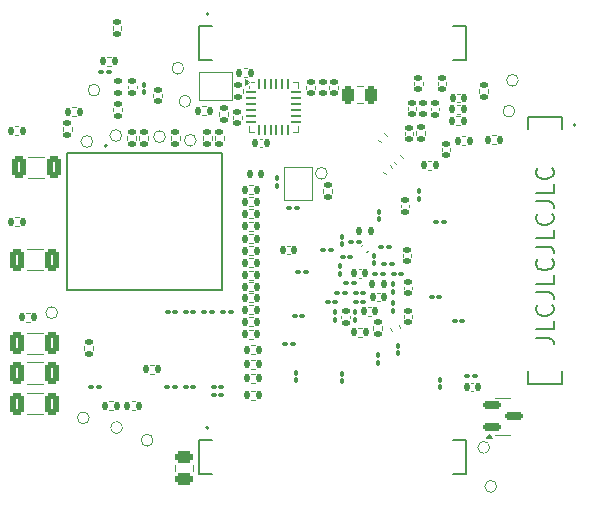
<source format=gbo>
G04 #@! TF.GenerationSoftware,KiCad,Pcbnew,8.0.0~rc2-1e5b68cb87~176~ubuntu22.04.1*
G04 #@! TF.CreationDate,2024-06-10T16:32:28+02:00*
G04 #@! TF.ProjectId,prova_fpga,70726f76-615f-4667-9067-612e6b696361,rev?*
G04 #@! TF.SameCoordinates,Original*
G04 #@! TF.FileFunction,Legend,Bot*
G04 #@! TF.FilePolarity,Positive*
%FSLAX46Y46*%
G04 Gerber Fmt 4.6, Leading zero omitted, Abs format (unit mm)*
G04 Created by KiCad (PCBNEW 8.0.0~rc2-1e5b68cb87~176~ubuntu22.04.1) date 2024-06-10 16:32:28*
%MOMM*%
%LPD*%
G01*
G04 APERTURE LIST*
G04 Aperture macros list*
%AMRoundRect*
0 Rectangle with rounded corners*
0 $1 Rounding radius*
0 $2 $3 $4 $5 $6 $7 $8 $9 X,Y pos of 4 corners*
0 Add a 4 corners polygon primitive as box body*
4,1,4,$2,$3,$4,$5,$6,$7,$8,$9,$2,$3,0*
0 Add four circle primitives for the rounded corners*
1,1,$1+$1,$2,$3*
1,1,$1+$1,$4,$5*
1,1,$1+$1,$6,$7*
1,1,$1+$1,$8,$9*
0 Add four rect primitives between the rounded corners*
20,1,$1+$1,$2,$3,$4,$5,0*
20,1,$1+$1,$4,$5,$6,$7,0*
20,1,$1+$1,$6,$7,$8,$9,0*
20,1,$1+$1,$8,$9,$2,$3,0*%
G04 Aperture macros list end*
%ADD10C,0.150000*%
%ADD11C,0.120000*%
%ADD12C,0.127000*%
%ADD13C,0.200000*%
%ADD14C,2.700005*%
%ADD15C,2.700000*%
%ADD16RoundRect,0.135000X-0.135000X-0.185000X0.135000X-0.185000X0.135000X0.185000X-0.135000X0.185000X0*%
%ADD17RoundRect,0.100000X0.100000X-0.130000X0.100000X0.130000X-0.100000X0.130000X-0.100000X-0.130000X0*%
%ADD18RoundRect,0.100000X-0.162635X0.021213X0.021213X-0.162635X0.162635X-0.021213X-0.021213X0.162635X0*%
%ADD19RoundRect,0.135000X0.135000X0.185000X-0.135000X0.185000X-0.135000X-0.185000X0.135000X-0.185000X0*%
%ADD20C,0.700000*%
%ADD21RoundRect,0.100000X0.021213X0.162635X-0.162635X-0.021213X-0.021213X-0.162635X0.162635X0.021213X0*%
%ADD22RoundRect,0.100000X-0.100000X0.130000X-0.100000X-0.130000X0.100000X-0.130000X0.100000X0.130000X0*%
%ADD23RoundRect,0.100000X-0.130000X-0.100000X0.130000X-0.100000X0.130000X0.100000X-0.130000X0.100000X0*%
%ADD24RoundRect,0.140000X-0.140000X-0.170000X0.140000X-0.170000X0.140000X0.170000X-0.140000X0.170000X0*%
%ADD25RoundRect,0.150000X-0.587500X-0.150000X0.587500X-0.150000X0.587500X0.150000X-0.587500X0.150000X0*%
%ADD26RoundRect,0.062500X-0.062500X0.350000X-0.062500X-0.350000X0.062500X-0.350000X0.062500X0.350000X0*%
%ADD27RoundRect,0.062500X-0.350000X0.062500X-0.350000X-0.062500X0.350000X-0.062500X0.350000X0.062500X0*%
%ADD28R,2.600000X2.600000*%
%ADD29RoundRect,0.140000X-0.170000X0.140000X-0.170000X-0.140000X0.170000X-0.140000X0.170000X0.140000X0*%
%ADD30RoundRect,0.140000X0.170000X-0.140000X0.170000X0.140000X-0.170000X0.140000X-0.170000X-0.140000X0*%
%ADD31RoundRect,0.135000X-0.185000X0.135000X-0.185000X-0.135000X0.185000X-0.135000X0.185000X0.135000X0*%
%ADD32RoundRect,0.147500X0.147500X0.172500X-0.147500X0.172500X-0.147500X-0.172500X0.147500X-0.172500X0*%
%ADD33RoundRect,0.250000X0.325000X0.650000X-0.325000X0.650000X-0.325000X-0.650000X0.325000X-0.650000X0*%
%ADD34RoundRect,0.140000X0.140000X0.170000X-0.140000X0.170000X-0.140000X-0.170000X0.140000X-0.170000X0*%
%ADD35RoundRect,0.147500X0.172500X-0.147500X0.172500X0.147500X-0.172500X0.147500X-0.172500X-0.147500X0*%
%ADD36RoundRect,0.100000X0.130000X0.100000X-0.130000X0.100000X-0.130000X-0.100000X0.130000X-0.100000X0*%
%ADD37RoundRect,0.135000X0.185000X-0.135000X0.185000X0.135000X-0.185000X0.135000X-0.185000X-0.135000X0*%
%ADD38R,0.200000X0.700000*%
%ADD39RoundRect,0.250000X-0.250000X-0.475000X0.250000X-0.475000X0.250000X0.475000X-0.250000X0.475000X0*%
%ADD40RoundRect,0.250000X0.475000X-0.250000X0.475000X0.250000X-0.475000X0.250000X-0.475000X-0.250000X0*%
%ADD41RoundRect,0.147500X-0.147500X-0.172500X0.147500X-0.172500X0.147500X0.172500X-0.147500X0.172500X0*%
%ADD42RoundRect,0.135000X0.226274X0.035355X0.035355X0.226274X-0.226274X-0.035355X-0.035355X-0.226274X0*%
%ADD43C,0.390000*%
%ADD44RoundRect,0.135000X0.220016X-0.063585X0.127670X0.190132X-0.220016X0.063585X-0.127670X-0.190132X0*%
%ADD45RoundRect,0.100000X-0.021213X-0.162635X0.162635X0.021213X0.021213X0.162635X-0.162635X-0.021213X0*%
%ADD46RoundRect,0.135000X-0.226274X-0.035355X-0.035355X-0.226274X0.226274X0.035355X0.035355X0.226274X0*%
%ADD47R,0.800000X0.600000*%
%ADD48R,0.700000X0.200000*%
%ADD49R,0.600000X0.800000*%
%ADD50RoundRect,0.140000X-0.002028X0.220218X-0.216520X0.040237X0.002028X-0.220218X0.216520X-0.040237X0*%
%ADD51RoundRect,0.147500X-0.172500X0.147500X-0.172500X-0.147500X0.172500X-0.147500X0.172500X0.147500X0*%
G04 APERTURE END LIST*
D10*
X153708628Y-119415601D02*
X154780057Y-119415601D01*
X154780057Y-119415601D02*
X154994342Y-119487030D01*
X154994342Y-119487030D02*
X155137200Y-119629887D01*
X155137200Y-119629887D02*
X155208628Y-119844173D01*
X155208628Y-119844173D02*
X155208628Y-119987030D01*
X155208628Y-117987030D02*
X155208628Y-118701316D01*
X155208628Y-118701316D02*
X153708628Y-118701316D01*
X155065771Y-116629887D02*
X155137200Y-116701315D01*
X155137200Y-116701315D02*
X155208628Y-116915601D01*
X155208628Y-116915601D02*
X155208628Y-117058458D01*
X155208628Y-117058458D02*
X155137200Y-117272744D01*
X155137200Y-117272744D02*
X154994342Y-117415601D01*
X154994342Y-117415601D02*
X154851485Y-117487030D01*
X154851485Y-117487030D02*
X154565771Y-117558458D01*
X154565771Y-117558458D02*
X154351485Y-117558458D01*
X154351485Y-117558458D02*
X154065771Y-117487030D01*
X154065771Y-117487030D02*
X153922914Y-117415601D01*
X153922914Y-117415601D02*
X153780057Y-117272744D01*
X153780057Y-117272744D02*
X153708628Y-117058458D01*
X153708628Y-117058458D02*
X153708628Y-116915601D01*
X153708628Y-116915601D02*
X153780057Y-116701315D01*
X153780057Y-116701315D02*
X153851485Y-116629887D01*
X153708628Y-115558458D02*
X154780057Y-115558458D01*
X154780057Y-115558458D02*
X154994342Y-115629887D01*
X154994342Y-115629887D02*
X155137200Y-115772744D01*
X155137200Y-115772744D02*
X155208628Y-115987030D01*
X155208628Y-115987030D02*
X155208628Y-116129887D01*
X155208628Y-114129887D02*
X155208628Y-114844173D01*
X155208628Y-114844173D02*
X153708628Y-114844173D01*
X155065771Y-112772744D02*
X155137200Y-112844172D01*
X155137200Y-112844172D02*
X155208628Y-113058458D01*
X155208628Y-113058458D02*
X155208628Y-113201315D01*
X155208628Y-113201315D02*
X155137200Y-113415601D01*
X155137200Y-113415601D02*
X154994342Y-113558458D01*
X154994342Y-113558458D02*
X154851485Y-113629887D01*
X154851485Y-113629887D02*
X154565771Y-113701315D01*
X154565771Y-113701315D02*
X154351485Y-113701315D01*
X154351485Y-113701315D02*
X154065771Y-113629887D01*
X154065771Y-113629887D02*
X153922914Y-113558458D01*
X153922914Y-113558458D02*
X153780057Y-113415601D01*
X153780057Y-113415601D02*
X153708628Y-113201315D01*
X153708628Y-113201315D02*
X153708628Y-113058458D01*
X153708628Y-113058458D02*
X153780057Y-112844172D01*
X153780057Y-112844172D02*
X153851485Y-112772744D01*
X153708628Y-111701315D02*
X154780057Y-111701315D01*
X154780057Y-111701315D02*
X154994342Y-111772744D01*
X154994342Y-111772744D02*
X155137200Y-111915601D01*
X155137200Y-111915601D02*
X155208628Y-112129887D01*
X155208628Y-112129887D02*
X155208628Y-112272744D01*
X155208628Y-110272744D02*
X155208628Y-110987030D01*
X155208628Y-110987030D02*
X153708628Y-110987030D01*
X155065771Y-108915601D02*
X155137200Y-108987029D01*
X155137200Y-108987029D02*
X155208628Y-109201315D01*
X155208628Y-109201315D02*
X155208628Y-109344172D01*
X155208628Y-109344172D02*
X155137200Y-109558458D01*
X155137200Y-109558458D02*
X154994342Y-109701315D01*
X154994342Y-109701315D02*
X154851485Y-109772744D01*
X154851485Y-109772744D02*
X154565771Y-109844172D01*
X154565771Y-109844172D02*
X154351485Y-109844172D01*
X154351485Y-109844172D02*
X154065771Y-109772744D01*
X154065771Y-109772744D02*
X153922914Y-109701315D01*
X153922914Y-109701315D02*
X153780057Y-109558458D01*
X153780057Y-109558458D02*
X153708628Y-109344172D01*
X153708628Y-109344172D02*
X153708628Y-109201315D01*
X153708628Y-109201315D02*
X153780057Y-108987029D01*
X153780057Y-108987029D02*
X153851485Y-108915601D01*
X153708628Y-107844172D02*
X154780057Y-107844172D01*
X154780057Y-107844172D02*
X154994342Y-107915601D01*
X154994342Y-107915601D02*
X155137200Y-108058458D01*
X155137200Y-108058458D02*
X155208628Y-108272744D01*
X155208628Y-108272744D02*
X155208628Y-108415601D01*
X155208628Y-106415601D02*
X155208628Y-107129887D01*
X155208628Y-107129887D02*
X153708628Y-107129887D01*
X155065771Y-105058458D02*
X155137200Y-105129886D01*
X155137200Y-105129886D02*
X155208628Y-105344172D01*
X155208628Y-105344172D02*
X155208628Y-105487029D01*
X155208628Y-105487029D02*
X155137200Y-105701315D01*
X155137200Y-105701315D02*
X154994342Y-105844172D01*
X154994342Y-105844172D02*
X154851485Y-105915601D01*
X154851485Y-105915601D02*
X154565771Y-105987029D01*
X154565771Y-105987029D02*
X154351485Y-105987029D01*
X154351485Y-105987029D02*
X154065771Y-105915601D01*
X154065771Y-105915601D02*
X153922914Y-105844172D01*
X153922914Y-105844172D02*
X153780057Y-105701315D01*
X153780057Y-105701315D02*
X153708628Y-105487029D01*
X153708628Y-105487029D02*
X153708628Y-105344172D01*
X153708628Y-105344172D02*
X153780057Y-105129886D01*
X153780057Y-105129886D02*
X153851485Y-105058458D01*
D11*
X138953641Y-118570000D02*
X138646359Y-118570000D01*
X138953641Y-119330000D02*
X138646359Y-119330000D01*
X129446359Y-117700000D02*
X129753641Y-117700000D01*
X129446359Y-118460000D02*
X129753641Y-118460000D01*
X129446359Y-111680000D02*
X129753641Y-111680000D01*
X129446359Y-112440000D02*
X129753641Y-112440000D01*
X149800000Y-128700000D02*
G75*
G02*
X148800000Y-128700000I-500000J0D01*
G01*
X148800000Y-128700000D02*
G75*
G02*
X149800000Y-128700000I500000J0D01*
G01*
X118710000Y-127020000D02*
G75*
G02*
X117710000Y-127020000I-500000J0D01*
G01*
X117710000Y-127020000D02*
G75*
G02*
X118710000Y-127020000I500000J0D01*
G01*
X132882836Y-111615000D02*
X132667164Y-111615000D01*
X132882836Y-112335000D02*
X132667164Y-112335000D01*
X109913641Y-109220000D02*
X109606359Y-109220000D01*
X109913641Y-109980000D02*
X109606359Y-109980000D01*
X150250000Y-124502500D02*
X150900000Y-124502500D01*
X150250000Y-127622500D02*
X150900000Y-127622500D01*
X151550000Y-124502500D02*
X150900000Y-124502500D01*
X151550000Y-127622500D02*
X150900000Y-127622500D01*
X149977500Y-127902500D02*
X149497500Y-127902500D01*
X149737500Y-127572500D01*
X149977500Y-127902500D01*
G36*
X149977500Y-127902500D02*
G01*
X149497500Y-127902500D01*
X149737500Y-127572500D01*
X149977500Y-127902500D01*
G37*
X129390000Y-98065000D02*
X129390000Y-98240000D01*
X129390000Y-101985000D02*
X129390000Y-101510000D01*
X129630000Y-97765000D02*
X129865000Y-97765000D01*
X129865000Y-101985000D02*
X129390000Y-101985000D01*
X133135000Y-97765000D02*
X133610000Y-97765000D01*
X133135000Y-101985000D02*
X133610000Y-101985000D01*
X133610000Y-97765000D02*
X133610000Y-98240000D01*
X133610000Y-101985000D02*
X133610000Y-101510000D01*
X129390000Y-97765000D02*
X129060000Y-98005000D01*
X129060000Y-97525000D01*
X129390000Y-97765000D01*
G36*
X129390000Y-97765000D02*
G01*
X129060000Y-98005000D01*
X129060000Y-97525000D01*
X129390000Y-97765000D01*
G37*
X128090000Y-100877836D02*
X128090000Y-100662164D01*
X128810000Y-100877836D02*
X128810000Y-100662164D01*
X121300000Y-128100000D02*
G75*
G02*
X120300000Y-128100000I-500000J0D01*
G01*
X120300000Y-128100000D02*
G75*
G02*
X121300000Y-128100000I500000J0D01*
G01*
X121340000Y-98817164D02*
X121340000Y-99032836D01*
X122060000Y-98817164D02*
X122060000Y-99032836D01*
X142290000Y-108382836D02*
X142290000Y-108167164D01*
X143010000Y-108382836D02*
X143010000Y-108167164D01*
X126520000Y-102653641D02*
X126520000Y-102346359D01*
X127280000Y-102653641D02*
X127280000Y-102346359D01*
X110588748Y-111890000D02*
X112011252Y-111890000D01*
X110588748Y-113710000D02*
X112011252Y-113710000D01*
X139542164Y-116830000D02*
X139757836Y-116830000D01*
X139542164Y-117550000D02*
X139757836Y-117550000D01*
X126920000Y-100346359D02*
X126920000Y-100653641D01*
X127680000Y-100346359D02*
X127680000Y-100653641D01*
X118650000Y-102300000D02*
G75*
G02*
X117650000Y-102300000I-500000J0D01*
G01*
X117650000Y-102300000D02*
G75*
G02*
X118650000Y-102300000I500000J0D01*
G01*
X138917834Y-113609999D02*
X138702162Y-113609999D01*
X138917834Y-114329999D02*
X138702162Y-114329999D01*
X117870000Y-93353641D02*
X117870000Y-93046359D01*
X118630000Y-93353641D02*
X118630000Y-93046359D01*
X123900000Y-96600000D02*
G75*
G02*
X122900000Y-96600000I-500000J0D01*
G01*
X122900000Y-96600000D02*
G75*
G02*
X123900000Y-96600000I500000J0D01*
G01*
X128971359Y-96620000D02*
X129278641Y-96620000D01*
X128971359Y-97380000D02*
X129278641Y-97380000D01*
X117920000Y-99946359D02*
X117920000Y-100253641D01*
X118680000Y-99946359D02*
X118680000Y-100253641D01*
X109903641Y-101495000D02*
X109596359Y-101495000D01*
X109903641Y-102255000D02*
X109596359Y-102255000D01*
X110588748Y-118990000D02*
X112011252Y-118990000D01*
X110588748Y-120810000D02*
X112011252Y-120810000D01*
X117396359Y-95620000D02*
X117703641Y-95620000D01*
X117396359Y-96380000D02*
X117703641Y-96380000D01*
D12*
X125200000Y-95940000D02*
X125200000Y-93060000D01*
X126280000Y-93060000D02*
X125200000Y-93060000D01*
X126280000Y-95940000D02*
X125200000Y-95940000D01*
X146720000Y-95940000D02*
X147800000Y-95940000D01*
X147800000Y-93060000D02*
X146720000Y-93060000D01*
X147800000Y-95940000D02*
X147800000Y-93060000D01*
D13*
X126000000Y-92020000D02*
G75*
G02*
X125800000Y-92020000I-100000J0D01*
G01*
X125800000Y-92020000D02*
G75*
G02*
X126000000Y-92020000I100000J0D01*
G01*
D11*
X116800000Y-98450000D02*
G75*
G02*
X115800000Y-98450000I-500000J0D01*
G01*
X115800000Y-98450000D02*
G75*
G02*
X116800000Y-98450000I500000J0D01*
G01*
X129446357Y-116669999D02*
X129753639Y-116669999D01*
X129446357Y-117429999D02*
X129753639Y-117429999D01*
X129446359Y-118730000D02*
X129753641Y-118730000D01*
X129446359Y-119490000D02*
X129753641Y-119490000D01*
X115480000Y-120423641D02*
X115480000Y-120116359D01*
X116240000Y-120423641D02*
X116240000Y-120116359D01*
X139061252Y-98105000D02*
X138538748Y-98105000D01*
X139061252Y-99575000D02*
X138538748Y-99575000D01*
X117576359Y-124800000D02*
X117883641Y-124800000D01*
X117576359Y-125560000D02*
X117883641Y-125560000D01*
X142615000Y-102017164D02*
X142615000Y-102232836D01*
X143335000Y-102017164D02*
X143335000Y-102232836D01*
X123175000Y-130178748D02*
X123175000Y-130701252D01*
X124645000Y-130178748D02*
X124645000Y-130701252D01*
X129596359Y-122470000D02*
X129903641Y-122470000D01*
X129596359Y-123230000D02*
X129903641Y-123230000D01*
X143400000Y-97997836D02*
X143400000Y-97782164D01*
X144120000Y-97997836D02*
X144120000Y-97782164D01*
X130342164Y-102560000D02*
X130557836Y-102560000D01*
X130342164Y-103280000D02*
X130557836Y-103280000D01*
X121046357Y-121694999D02*
X121353639Y-121694999D01*
X121046357Y-122454999D02*
X121353639Y-122454999D01*
X148940000Y-98356359D02*
X148940000Y-98663641D01*
X149700000Y-98356359D02*
X149700000Y-98663641D01*
X140272164Y-115610000D02*
X140487836Y-115610000D01*
X140272164Y-116330000D02*
X140487836Y-116330000D01*
X129446359Y-108540000D02*
X129753641Y-108540000D01*
X129446359Y-109300000D02*
X129753641Y-109300000D01*
X141683283Y-104520684D02*
X141900564Y-104737965D01*
X142220684Y-103983283D02*
X142437965Y-104200564D01*
X113220000Y-117300000D02*
G75*
G02*
X112220000Y-117300000I-500000J0D01*
G01*
X112220000Y-117300000D02*
G75*
G02*
X113220000Y-117300000I500000J0D01*
G01*
X129446359Y-109590000D02*
X129753641Y-109590000D01*
X129446359Y-110350000D02*
X129753641Y-110350000D01*
X119486359Y-124810000D02*
X119793641Y-124810000D01*
X119486359Y-125570000D02*
X119793641Y-125570000D01*
X150006359Y-102270000D02*
X150313641Y-102270000D01*
X150006359Y-103030000D02*
X150313641Y-103030000D01*
X115900000Y-126200000D02*
G75*
G02*
X114900000Y-126200000I-500000J0D01*
G01*
X114900000Y-126200000D02*
G75*
G02*
X115900000Y-126200000I500000J0D01*
G01*
X129446359Y-110644999D02*
X129753641Y-110644999D01*
X129446359Y-111404999D02*
X129753641Y-111404999D01*
X143595000Y-101921359D02*
X143595000Y-102228641D01*
X144355000Y-101921359D02*
X144355000Y-102228641D01*
X147753641Y-102370000D02*
X147446359Y-102370000D01*
X147753641Y-103130000D02*
X147446359Y-103130000D01*
X119120000Y-102346359D02*
X119120000Y-102653641D01*
X119880000Y-102346359D02*
X119880000Y-102653641D01*
D12*
X114014998Y-103769999D02*
X114014998Y-115369999D01*
X114014998Y-103769999D02*
X127114998Y-103769999D01*
X114014998Y-115369999D02*
X127114998Y-115369999D01*
X127114998Y-103769999D02*
X127114998Y-115369999D01*
D13*
X117404998Y-103169999D02*
G75*
G02*
X117204998Y-103169999I-100000J0D01*
G01*
X117204998Y-103169999D02*
G75*
G02*
X117404998Y-103169999I100000J0D01*
G01*
D11*
X146971359Y-100645000D02*
X147278641Y-100645000D01*
X146971359Y-101405000D02*
X147278641Y-101405000D01*
X141390369Y-118585592D02*
X141495466Y-118874343D01*
X142104534Y-118325657D02*
X142209631Y-118614408D01*
X145390000Y-97987836D02*
X145390000Y-97772164D01*
X146110000Y-97987836D02*
X146110000Y-97772164D01*
X110688748Y-104090000D02*
X112111252Y-104090000D01*
X110688748Y-105910000D02*
X112111252Y-105910000D01*
X144815000Y-99942164D02*
X144815000Y-100157836D01*
X145535000Y-99942164D02*
X145535000Y-100157836D01*
X141009940Y-105587341D02*
X140792659Y-105370060D01*
X141547341Y-105049940D02*
X141330060Y-104832659D01*
X116200000Y-102800000D02*
G75*
G02*
X115200000Y-102800000I-500000J0D01*
G01*
X115200000Y-102800000D02*
G75*
G02*
X116200000Y-102800000I500000J0D01*
G01*
X125486359Y-99820000D02*
X125793641Y-99820000D01*
X125486359Y-100580000D02*
X125793641Y-100580000D01*
X125520000Y-102346359D02*
X125520000Y-102653641D01*
X126280000Y-102346359D02*
X126280000Y-102653641D01*
X139960000Y-118723641D02*
X139960000Y-118416359D01*
X140720000Y-118723641D02*
X140720000Y-118416359D01*
X148432836Y-123240000D02*
X148217164Y-123240000D01*
X148432836Y-123960000D02*
X148217164Y-123960000D01*
X122350000Y-102400000D02*
G75*
G02*
X121350000Y-102400000I-500000J0D01*
G01*
X121350000Y-102400000D02*
G75*
G02*
X122350000Y-102400000I500000J0D01*
G01*
X150400000Y-132000000D02*
G75*
G02*
X149400000Y-132000000I-500000J0D01*
G01*
X149400000Y-132000000D02*
G75*
G02*
X150400000Y-132000000I500000J0D01*
G01*
X140564940Y-102852341D02*
X140347659Y-102635060D01*
X141102341Y-102314940D02*
X140885060Y-102097659D01*
X132350000Y-104950000D02*
X134750000Y-104950000D01*
X134750000Y-107750000D01*
X132350000Y-107750000D01*
X132350000Y-104950000D01*
X129596359Y-120070000D02*
X129903641Y-120070000D01*
X129596359Y-120830000D02*
X129903641Y-120830000D01*
X152230000Y-97620000D02*
G75*
G02*
X151230000Y-97620000I-500000J0D01*
G01*
X151230000Y-97620000D02*
G75*
G02*
X152230000Y-97620000I500000J0D01*
G01*
X151930000Y-100230000D02*
G75*
G02*
X150930000Y-100230000I-500000J0D01*
G01*
X150930000Y-100230000D02*
G75*
G02*
X151930000Y-100230000I500000J0D01*
G01*
X110588748Y-121490000D02*
X112011252Y-121490000D01*
X110588748Y-123310000D02*
X112011252Y-123310000D01*
X134290000Y-98142164D02*
X134290000Y-98357836D01*
X135010000Y-98142164D02*
X135010000Y-98357836D01*
X120120000Y-102653641D02*
X120120000Y-102346359D01*
X120880000Y-102653641D02*
X120880000Y-102346359D01*
D12*
X153060000Y-100700000D02*
X155940000Y-100700000D01*
X153060000Y-101780000D02*
X153060000Y-100700000D01*
X153060000Y-122220000D02*
X153060000Y-123300000D01*
X153060000Y-123300000D02*
X155940000Y-123300000D01*
X155940000Y-101780000D02*
X155940000Y-100700000D01*
X155940000Y-123300000D02*
X155940000Y-122220000D01*
D13*
X157080000Y-101400000D02*
G75*
G02*
X156880000Y-101400000I-100000J0D01*
G01*
X156880000Y-101400000D02*
G75*
G02*
X157080000Y-101400000I100000J0D01*
G01*
D11*
X129446359Y-112700000D02*
X129753641Y-112700000D01*
X129446359Y-113460000D02*
X129753641Y-113460000D01*
X124500000Y-99400000D02*
G75*
G02*
X123500000Y-99400000I-500000J0D01*
G01*
X123500000Y-99400000D02*
G75*
G02*
X124500000Y-99400000I500000J0D01*
G01*
X129446359Y-107530000D02*
X129753641Y-107530000D01*
X129446359Y-108290000D02*
X129753641Y-108290000D01*
X136240000Y-98357836D02*
X136240000Y-98142164D01*
X136960000Y-98357836D02*
X136960000Y-98142164D01*
X128900000Y-98693641D02*
X128900000Y-98386359D01*
X122820000Y-102346359D02*
X122820000Y-102653641D01*
X123580000Y-102346359D02*
X123580000Y-102653641D01*
X129446359Y-113730000D02*
X129753641Y-113730000D01*
X129446359Y-114490000D02*
X129753641Y-114490000D01*
X114778641Y-99895000D02*
X114471359Y-99895000D01*
X114778641Y-100655000D02*
X114471359Y-100655000D01*
X129446359Y-106520000D02*
X129753641Y-106520000D01*
X129446359Y-107280000D02*
X129753641Y-107280000D01*
X110843641Y-117290000D02*
X110536359Y-117290000D01*
X110843641Y-118050000D02*
X110536359Y-118050000D01*
X136050000Y-105500000D02*
G75*
G02*
X135050000Y-105500000I-500000J0D01*
G01*
X135050000Y-105500000D02*
G75*
G02*
X136050000Y-105500000I500000J0D01*
G01*
X142450000Y-112362164D02*
X142450000Y-112577836D01*
X143170000Y-112362164D02*
X143170000Y-112577836D01*
X119190000Y-98092164D02*
X119190000Y-98307836D01*
X119910000Y-98092164D02*
X119910000Y-98307836D01*
X137240000Y-117542163D02*
X137240000Y-117757835D01*
X137960000Y-117542163D02*
X137960000Y-117757835D01*
X142865000Y-100132836D02*
X142865000Y-99917164D01*
X143585000Y-100132836D02*
X143585000Y-99917164D01*
X124950000Y-102700000D02*
G75*
G02*
X123950000Y-102700000I-500000J0D01*
G01*
X123950000Y-102700000D02*
G75*
G02*
X124950000Y-102700000I500000J0D01*
G01*
X142530000Y-115297836D02*
X142530000Y-115082164D01*
X143250000Y-115297836D02*
X143250000Y-115082164D01*
X144566359Y-104420000D02*
X144873641Y-104420000D01*
X144566359Y-105180000D02*
X144873641Y-105180000D01*
X129596359Y-123920000D02*
X129903641Y-123920000D01*
X129596359Y-124680000D02*
X129903641Y-124680000D01*
X129446359Y-115660000D02*
X129753641Y-115660000D01*
X129446359Y-116420000D02*
X129753641Y-116420000D01*
X135720000Y-107153641D02*
X135720000Y-106846359D01*
X136480000Y-107153641D02*
X136480000Y-106846359D01*
X113645000Y-101596359D02*
X113645000Y-101903641D01*
X114405000Y-101596359D02*
X114405000Y-101903641D01*
X129436359Y-114720000D02*
X129743641Y-114720000D01*
X129436359Y-115480000D02*
X129743641Y-115480000D01*
X129596359Y-121270000D02*
X129903641Y-121270000D01*
X129596359Y-122030000D02*
X129903641Y-122030000D01*
X128025000Y-96925000D02*
X125225000Y-96925000D01*
X125225000Y-99325000D01*
X128025000Y-99325000D01*
X128025000Y-96925000D01*
X138905988Y-111643541D02*
X139071203Y-111504909D01*
X139368795Y-112195093D02*
X139534010Y-112056461D01*
X110588748Y-124090000D02*
X112011252Y-124090000D01*
X110588748Y-125910000D02*
X112011252Y-125910000D01*
X147303641Y-99695000D02*
X146996359Y-99695000D01*
X147303641Y-100455000D02*
X146996359Y-100455000D01*
X147067164Y-98765000D02*
X147282836Y-98765000D01*
X147067164Y-99485000D02*
X147282836Y-99485000D01*
D12*
X125200000Y-130940000D02*
X125200000Y-128060000D01*
X126280000Y-128060000D02*
X125200000Y-128060000D01*
X126280000Y-130940000D02*
X125200000Y-130940000D01*
X146720000Y-130940000D02*
X147800000Y-130940000D01*
X147800000Y-128060000D02*
X146720000Y-128060000D01*
X147800000Y-130940000D02*
X147800000Y-128060000D01*
D13*
X126000000Y-127020000D02*
G75*
G02*
X125800000Y-127020000I-100000J0D01*
G01*
X125800000Y-127020000D02*
G75*
G02*
X126000000Y-127020000I100000J0D01*
G01*
D11*
X145740000Y-103367164D02*
X145740000Y-103582836D01*
X146460000Y-103367164D02*
X146460000Y-103582836D01*
X142540000Y-117492164D02*
X142540000Y-117707836D01*
X143260000Y-117492164D02*
X143260000Y-117707836D01*
%LPC*%
D14*
X111850002Y-94000000D02*
G75*
G02*
X109149998Y-94000000I-1350002J0D01*
G01*
X109149998Y-94000000D02*
G75*
G02*
X111850002Y-94000000I1350002J0D01*
G01*
X155850002Y-94000000D02*
G75*
G02*
X153149998Y-94000000I-1350002J0D01*
G01*
X153149998Y-94000000D02*
G75*
G02*
X155850002Y-94000000I1350002J0D01*
G01*
X111850002Y-130000000D02*
G75*
G02*
X109149998Y-130000000I-1350002J0D01*
G01*
X109149998Y-130000000D02*
G75*
G02*
X111850002Y-130000000I1350002J0D01*
G01*
X155850002Y-130000000D02*
G75*
G02*
X153149998Y-130000000I-1350002J0D01*
G01*
X153149998Y-130000000D02*
G75*
G02*
X155850002Y-130000000I1350002J0D01*
G01*
D15*
X110500000Y-94000000D03*
X154500000Y-94000000D03*
X110500000Y-130000000D03*
X154500000Y-130000000D03*
D16*
X138290000Y-118950000D03*
X139310000Y-118950000D03*
D17*
X131800000Y-106545000D03*
X131800000Y-105905000D03*
D18*
X146323726Y-112333726D03*
X146776274Y-112786274D03*
D19*
X130110000Y-118080000D03*
X129090000Y-118080000D03*
X130110000Y-112060000D03*
X129090000Y-112060000D03*
D20*
X149300000Y-128700000D03*
D21*
X144356274Y-114443726D03*
X143903726Y-114896274D03*
D22*
X136750000Y-117255000D03*
X136750000Y-117895000D03*
D20*
X118210000Y-127020000D03*
D23*
X136104998Y-116400000D03*
X136744998Y-116400000D03*
D24*
X132295000Y-111975000D03*
X133255000Y-111975000D03*
D16*
X109250000Y-109600000D03*
X110270000Y-109600000D03*
D25*
X149962500Y-127012500D03*
X149962500Y-125112500D03*
X151837500Y-126062500D03*
D26*
X130250000Y-97937500D03*
X130750000Y-97937500D03*
X131250000Y-97937500D03*
X131750000Y-97937500D03*
X132250000Y-97937500D03*
X132750000Y-97937500D03*
D27*
X133437500Y-98625000D03*
X133437500Y-99125000D03*
X133437500Y-99625000D03*
X133437500Y-100125000D03*
X133437500Y-100625000D03*
X133437500Y-101125000D03*
D26*
X132750000Y-101812500D03*
X132250000Y-101812500D03*
X131750000Y-101812500D03*
X131250000Y-101812500D03*
X130750000Y-101812500D03*
X130250000Y-101812500D03*
D27*
X129562500Y-101125000D03*
X129562500Y-100625000D03*
X129562500Y-100125000D03*
X129562500Y-99625000D03*
X129562500Y-99125000D03*
X129562500Y-98625000D03*
D28*
X131500000Y-99875000D03*
D29*
X128450000Y-100290000D03*
X128450000Y-101250000D03*
D20*
X120800000Y-128100000D03*
D30*
X121700000Y-99405000D03*
X121700000Y-98445000D03*
D29*
X142650000Y-107795000D03*
X142650000Y-108755000D03*
D31*
X126900000Y-101990000D03*
X126900000Y-103010000D03*
D32*
X140825000Y-114870000D03*
X139855000Y-114870000D03*
D33*
X112775000Y-112800000D03*
X109825000Y-112800000D03*
D34*
X140130000Y-117190000D03*
X139170000Y-117190000D03*
D35*
X144175000Y-100510000D03*
X144175000Y-99540000D03*
D23*
X124054998Y-117199999D03*
X124694998Y-117199999D03*
X144880000Y-116000000D03*
X145520000Y-116000000D03*
D36*
X145920000Y-109600000D03*
X145280000Y-109600000D03*
D37*
X127300000Y-101010000D03*
X127300000Y-99990000D03*
D20*
X118150000Y-102300000D03*
D22*
X140390000Y-120880000D03*
X140390000Y-121520000D03*
D32*
X130455000Y-105530000D03*
X129485000Y-105530000D03*
D24*
X138329998Y-113969999D03*
X139289998Y-113969999D03*
D31*
X118250000Y-92690000D03*
X118250000Y-93710000D03*
D18*
X143648726Y-111248726D03*
X144101274Y-111701274D03*
D17*
X143825000Y-107670000D03*
X143825000Y-107030000D03*
D20*
X123400000Y-96600000D03*
D23*
X126440000Y-124274999D03*
X127080000Y-124274999D03*
D19*
X129635000Y-97000000D03*
X128615000Y-97000000D03*
D36*
X137990000Y-112550000D03*
X137350000Y-112550000D03*
D37*
X118300000Y-100610000D03*
X118300000Y-99590000D03*
D16*
X109240000Y-101875000D03*
X110260000Y-101875000D03*
D33*
X112775000Y-119900000D03*
X109825000Y-119900000D03*
D36*
X139119998Y-116389999D03*
X138479998Y-116389999D03*
D22*
X145600000Y-122980000D03*
X145600000Y-123620000D03*
D23*
X140100000Y-113999999D03*
X140740000Y-113999999D03*
D19*
X118060000Y-96000000D03*
X117040000Y-96000000D03*
D38*
X126700000Y-92960000D03*
X126700000Y-96040000D03*
X127100000Y-92960000D03*
X127100000Y-96040000D03*
X127500000Y-92960000D03*
X127500000Y-96040000D03*
X127900000Y-92960000D03*
X127900000Y-96040000D03*
X128300000Y-92960000D03*
X128300000Y-96040000D03*
X128700000Y-92960000D03*
X128700000Y-96040000D03*
X129100000Y-92960000D03*
X129100000Y-96040000D03*
X129500000Y-92960000D03*
X129500000Y-96040000D03*
X129900000Y-92960000D03*
X129900000Y-96040000D03*
X130300000Y-92960000D03*
X130300000Y-96040000D03*
X130700000Y-92960000D03*
X130700000Y-96040000D03*
X131100000Y-92960000D03*
X131100000Y-96040000D03*
X131500000Y-92960000D03*
X131500000Y-96040000D03*
X131900000Y-92960000D03*
X131900000Y-96040000D03*
X132300000Y-92960000D03*
X132300000Y-96040000D03*
X132700000Y-92960000D03*
X132700000Y-96040000D03*
X133100000Y-92960000D03*
X133100000Y-96040000D03*
X133500000Y-92960000D03*
X133500000Y-96040000D03*
X133900000Y-92960000D03*
X133900000Y-96040000D03*
X134300000Y-92960000D03*
X134300000Y-96040000D03*
X134700000Y-92960000D03*
X134700000Y-96040000D03*
X135100000Y-92960000D03*
X135100000Y-96040000D03*
X135500000Y-92960000D03*
X135500000Y-96040000D03*
X135900000Y-92960000D03*
X135900000Y-96040000D03*
X136300000Y-92960000D03*
X136300000Y-96040000D03*
X136700000Y-92960000D03*
X136700000Y-96040000D03*
X137100000Y-92960000D03*
X137100000Y-96040000D03*
X137500000Y-92960000D03*
X137500000Y-96040000D03*
X137900000Y-92960000D03*
X137900000Y-96040000D03*
X138300000Y-92960000D03*
X138300000Y-96040000D03*
X138700000Y-92960000D03*
X138700000Y-96040000D03*
X139100000Y-92960000D03*
X139100000Y-96040000D03*
X139500000Y-92960000D03*
X139500000Y-96040000D03*
X139900000Y-92960000D03*
X139900000Y-96040000D03*
X140300000Y-92960000D03*
X140300000Y-96040000D03*
X140700000Y-92960000D03*
X140700000Y-96040000D03*
X141100000Y-92960000D03*
X141100000Y-96040000D03*
X141500000Y-92960000D03*
X141500000Y-96040000D03*
X141900000Y-92960000D03*
X141900000Y-96040000D03*
X142300000Y-92960000D03*
X142300000Y-96040000D03*
X142700000Y-92960000D03*
X142700000Y-96040000D03*
X143100000Y-92960000D03*
X143100000Y-96040000D03*
X143500000Y-92960000D03*
X143500000Y-96040000D03*
X143900000Y-92960000D03*
X143900000Y-96040000D03*
X144300000Y-92960000D03*
X144300000Y-96040000D03*
X144700000Y-92960000D03*
X144700000Y-96040000D03*
X145100000Y-92960000D03*
X145100000Y-96040000D03*
X145500000Y-92960000D03*
X145500000Y-96040000D03*
X145900000Y-92960000D03*
X145900000Y-96040000D03*
X146300000Y-92960000D03*
X146300000Y-96040000D03*
D20*
X116300000Y-98450000D03*
D21*
X145036274Y-120163726D03*
X144583726Y-120616274D03*
D19*
X130109998Y-117049999D03*
X129089998Y-117049999D03*
X130110000Y-119110000D03*
X129090000Y-119110000D03*
D31*
X115860000Y-119760000D03*
X115860000Y-120780000D03*
D36*
X133495000Y-108450000D03*
X132855000Y-108450000D03*
D39*
X137850000Y-98840000D03*
X139750000Y-98840000D03*
D23*
X141680000Y-114000000D03*
X142320000Y-114000000D03*
X138480000Y-115600000D03*
X139120000Y-115600000D03*
D19*
X118240000Y-125180000D03*
X117220000Y-125180000D03*
D30*
X142975000Y-102605000D03*
X142975000Y-101645000D03*
D40*
X123910000Y-131390000D03*
X123910000Y-129490000D03*
D19*
X130260000Y-122850000D03*
X129240000Y-122850000D03*
D29*
X143760000Y-97410000D03*
X143760000Y-98370000D03*
D34*
X130930000Y-102920000D03*
X129970000Y-102920000D03*
D23*
X122554998Y-117199999D03*
X123194998Y-117199999D03*
D19*
X121709998Y-122074999D03*
X120689998Y-122074999D03*
D23*
X137679998Y-114799999D03*
X138319998Y-114799999D03*
D41*
X138764999Y-110375002D03*
X139734999Y-110375000D03*
D23*
X116930000Y-96900000D03*
X117570000Y-96900000D03*
D37*
X149320000Y-99020000D03*
X149320000Y-98000000D03*
D34*
X140860000Y-115970000D03*
X139900000Y-115970000D03*
D23*
X140879998Y-113200000D03*
X141519998Y-113200000D03*
X138079999Y-111275000D03*
X138719999Y-111275000D03*
D22*
X137300000Y-122480000D03*
X137300000Y-123120000D03*
D35*
X135650000Y-98735000D03*
X135650000Y-97765000D03*
D19*
X130110000Y-108920000D03*
X129090000Y-108920000D03*
D42*
X142421248Y-104721248D03*
X141700000Y-104000000D03*
D20*
X112720000Y-117300000D03*
D36*
X136370000Y-112000000D03*
X135730000Y-112000000D03*
D19*
X130110000Y-109970000D03*
X129090000Y-109970000D03*
D22*
X139999999Y-112480001D03*
X139999999Y-113120001D03*
D19*
X120150000Y-125190000D03*
X119130000Y-125190000D03*
X150670000Y-102650000D03*
X149650000Y-102650000D03*
D20*
X115400000Y-126200000D03*
D19*
X130110000Y-111024999D03*
X129090000Y-111024999D03*
D37*
X143975000Y-102584999D03*
X143975000Y-101565001D03*
D16*
X147090000Y-102750000D03*
X148110000Y-102750000D03*
D37*
X119500000Y-103010000D03*
X119500000Y-101990000D03*
D43*
X117314998Y-106319999D03*
X117314998Y-106819999D03*
X117314998Y-107319999D03*
X117314998Y-107819999D03*
X117314998Y-108319999D03*
X117314998Y-108819999D03*
X117314998Y-109319999D03*
X117314998Y-109819999D03*
X117314998Y-110319999D03*
X117314998Y-110819999D03*
X117314998Y-111319999D03*
X117314998Y-111819999D03*
X117314998Y-112319999D03*
X117314998Y-112819999D03*
X117814998Y-106319999D03*
X117814998Y-106819999D03*
X117814998Y-107319999D03*
X117814998Y-107819999D03*
X117814998Y-108319999D03*
X117814998Y-108819999D03*
X117814998Y-109319999D03*
X117814998Y-109819999D03*
X117814998Y-110319999D03*
X117814998Y-110819999D03*
X117814998Y-111319999D03*
X117814998Y-111819999D03*
X117814998Y-112319999D03*
X117814998Y-112819999D03*
X118314998Y-106319999D03*
X118314998Y-106819999D03*
X118314998Y-107319999D03*
X118314998Y-107819999D03*
X118314998Y-108319999D03*
X118314998Y-108819999D03*
X118314998Y-109319999D03*
X118314998Y-109819999D03*
X118314998Y-110319999D03*
X118314998Y-110819999D03*
X118314998Y-111319999D03*
X118314998Y-111819999D03*
X118314998Y-112319999D03*
X118314998Y-112819999D03*
X118814998Y-106319999D03*
X118814998Y-106819999D03*
X118814998Y-107319999D03*
X118814998Y-107819999D03*
X118814998Y-111819999D03*
X118814998Y-112319999D03*
X118814998Y-112819999D03*
X119314998Y-106319999D03*
X119314998Y-106819999D03*
X119314998Y-107319999D03*
X119314998Y-108319999D03*
X119314998Y-108819999D03*
X119314998Y-109319999D03*
X119314998Y-109819999D03*
X119314998Y-110319999D03*
X119314998Y-110819999D03*
X119314998Y-111819999D03*
X119314998Y-112319999D03*
X119314998Y-112819999D03*
X119814998Y-106319999D03*
X119814998Y-106819999D03*
X119814998Y-107319999D03*
X119814998Y-108319999D03*
X119814998Y-110819999D03*
X119814998Y-111819999D03*
X119814998Y-112319999D03*
X119814998Y-112819999D03*
X120314998Y-106319999D03*
X120314998Y-106819999D03*
X120314998Y-107319999D03*
X120314998Y-108319999D03*
X120314998Y-110819999D03*
X120314998Y-111819999D03*
X120314998Y-112319999D03*
X120314998Y-112819999D03*
X120814998Y-106319999D03*
X120814998Y-106819999D03*
X120814998Y-107319999D03*
X120814998Y-108319999D03*
X120814998Y-110819999D03*
X120814998Y-111819999D03*
X120814998Y-112319999D03*
X120814998Y-112819999D03*
X121314998Y-106319999D03*
X121314998Y-106819999D03*
X121314998Y-107319999D03*
X121314998Y-108319999D03*
X121314998Y-110819999D03*
X121314998Y-111819999D03*
X121314998Y-112319999D03*
X121314998Y-112819999D03*
X121814998Y-106319999D03*
X121814998Y-106819999D03*
X121814998Y-107319999D03*
X121814998Y-108319999D03*
X121814998Y-108819999D03*
X121814998Y-109319999D03*
X121814998Y-109819999D03*
X121814998Y-110319999D03*
X121814998Y-110819999D03*
X121814998Y-111819999D03*
X121814998Y-112319999D03*
X121814998Y-112819999D03*
X122314998Y-106319999D03*
X122314998Y-106819999D03*
X122314998Y-107319999D03*
X122314998Y-111819999D03*
X122314998Y-112319999D03*
X122314998Y-112819999D03*
X122814998Y-106319999D03*
X122814998Y-106819999D03*
X122814998Y-107319999D03*
X122814998Y-107819999D03*
X122814998Y-108319999D03*
X122814998Y-108819999D03*
X122814998Y-109319999D03*
X122814998Y-109819999D03*
X122814998Y-110319999D03*
X122814998Y-110819999D03*
X122814998Y-111319999D03*
X122814998Y-111819999D03*
X122814998Y-112319999D03*
X122814998Y-112819999D03*
X123314998Y-106319999D03*
X123314998Y-106819999D03*
X123314998Y-107319999D03*
X123314998Y-107819999D03*
X123314998Y-108319999D03*
X123314998Y-108819999D03*
X123314998Y-109319999D03*
X123314998Y-109819999D03*
X123314998Y-110319999D03*
X123314998Y-110819999D03*
X123314998Y-111319999D03*
X123314998Y-111819999D03*
X123314998Y-112319999D03*
X123314998Y-112819999D03*
X123814998Y-106319999D03*
X123814998Y-106819999D03*
X123814998Y-107319999D03*
X123814998Y-107819999D03*
X123814998Y-108319999D03*
X123814998Y-108819999D03*
X123814998Y-109319999D03*
X123814998Y-109819999D03*
X123814998Y-110319999D03*
X123814998Y-110819999D03*
X123814998Y-111319999D03*
X123814998Y-111819999D03*
X123814998Y-112319999D03*
X123814998Y-112819999D03*
D19*
X147635000Y-101025000D03*
X146615000Y-101025000D03*
D44*
X141974430Y-119079243D03*
X141625570Y-118120757D03*
D17*
X120500000Y-98620000D03*
X120500000Y-97980000D03*
D29*
X145750000Y-97400000D03*
X145750000Y-98360000D03*
D33*
X112875000Y-105000000D03*
X109925000Y-105000000D03*
D45*
X143598726Y-119201274D03*
X144051274Y-118748726D03*
X120798724Y-117976273D03*
X121251272Y-117523725D03*
D30*
X145175000Y-100530000D03*
X145175000Y-99570000D03*
D23*
X132510000Y-119960000D03*
X133150000Y-119960000D03*
X133279998Y-117549999D03*
X133919998Y-117549999D03*
D46*
X140809376Y-104849376D03*
X141530624Y-105570624D03*
D17*
X141640000Y-115520000D03*
X141640000Y-114880000D03*
X142000000Y-120720000D03*
X142000000Y-120080000D03*
D20*
X115700000Y-102800000D03*
D19*
X126150000Y-100200000D03*
X125130000Y-100200000D03*
D37*
X125900000Y-103010000D03*
X125900000Y-101990000D03*
D36*
X116710000Y-123599999D03*
X116070000Y-123599999D03*
D31*
X140340000Y-118060000D03*
X140340000Y-119080000D03*
D24*
X147845000Y-123600000D03*
X148805000Y-123600000D03*
D20*
X121850000Y-102400000D03*
X149900000Y-132000000D03*
D17*
X140400000Y-109370000D03*
X140400000Y-108730000D03*
D46*
X140364376Y-102114376D03*
X141085624Y-102835624D03*
D47*
X132950000Y-107250000D03*
X132950000Y-105450000D03*
X134150000Y-105450000D03*
X134150000Y-107250000D03*
D19*
X130260000Y-120450000D03*
X129240000Y-120450000D03*
D23*
X146860000Y-118020000D03*
X147500000Y-118020000D03*
D20*
X151730000Y-97620000D03*
X151430000Y-100230000D03*
D33*
X112775000Y-122400000D03*
X109825000Y-122400000D03*
D30*
X134650000Y-98730000D03*
X134650000Y-97770000D03*
D31*
X120500000Y-101990000D03*
X120500000Y-103010000D03*
D48*
X156040000Y-102200000D03*
X152960000Y-102200000D03*
X156040000Y-102600000D03*
X152960000Y-102600000D03*
X156040000Y-103000000D03*
X152960000Y-103000000D03*
X156040000Y-103400000D03*
X152960000Y-103400000D03*
X156040000Y-103800000D03*
X152960000Y-103800000D03*
X156040000Y-104200000D03*
X152960000Y-104200000D03*
X156040000Y-104600000D03*
X152960000Y-104600000D03*
X156040000Y-105000000D03*
X152960000Y-105000000D03*
X156040000Y-105400000D03*
X152960000Y-105400000D03*
X156040000Y-105800000D03*
X152960000Y-105800000D03*
X156040000Y-106200000D03*
X152960000Y-106200000D03*
X156040000Y-106600000D03*
X152960000Y-106600000D03*
X156040000Y-107000000D03*
X152960000Y-107000000D03*
X156040000Y-107400000D03*
X152960000Y-107400000D03*
X156040000Y-107800000D03*
X152960000Y-107800000D03*
X156040000Y-108200000D03*
X152960000Y-108200000D03*
X156040000Y-108600000D03*
X152960000Y-108600000D03*
X156040000Y-109000000D03*
X152960000Y-109000000D03*
X156040000Y-109400000D03*
X152960000Y-109400000D03*
X156040000Y-109800000D03*
X152960000Y-109800000D03*
X156040000Y-110200000D03*
X152960000Y-110200000D03*
X156040000Y-110600000D03*
X152960000Y-110600000D03*
X156040000Y-111000000D03*
X152960000Y-111000000D03*
X156040000Y-111400000D03*
X152960000Y-111400000D03*
X156040000Y-111800000D03*
X152960000Y-111800000D03*
X156040000Y-112200000D03*
X152960000Y-112200000D03*
X156040000Y-112600000D03*
X152960000Y-112600000D03*
X156040000Y-113000000D03*
X152960000Y-113000000D03*
X156040000Y-113400000D03*
X152960000Y-113400000D03*
X156040000Y-113800000D03*
X152960000Y-113800000D03*
X156040000Y-114200000D03*
X152960000Y-114200000D03*
X156040000Y-114600000D03*
X152960000Y-114600000D03*
X156040000Y-115000000D03*
X152960000Y-115000000D03*
X156040000Y-115400000D03*
X152960000Y-115400000D03*
X156040000Y-115800000D03*
X152960000Y-115800000D03*
X156040000Y-116200000D03*
X152960000Y-116200000D03*
X156040000Y-116600000D03*
X152960000Y-116600000D03*
X156040000Y-117000000D03*
X152960000Y-117000000D03*
X156040000Y-117400000D03*
X152960000Y-117400000D03*
X156040000Y-117800000D03*
X152960000Y-117800000D03*
X156040000Y-118200000D03*
X152960000Y-118200000D03*
X156040000Y-118600000D03*
X152960000Y-118600000D03*
X156040000Y-119000000D03*
X152960000Y-119000000D03*
X156040000Y-119400000D03*
X152960000Y-119400000D03*
X156040000Y-119800000D03*
X152960000Y-119800000D03*
X156040000Y-120200000D03*
X152960000Y-120200000D03*
X156040000Y-120600000D03*
X152960000Y-120600000D03*
X156040000Y-121000000D03*
X152960000Y-121000000D03*
X156040000Y-121400000D03*
X152960000Y-121400000D03*
X156040000Y-121800000D03*
X152960000Y-121800000D03*
D19*
X130110000Y-113080000D03*
X129090000Y-113080000D03*
D23*
X126429998Y-123599999D03*
X127069998Y-123599999D03*
X136880000Y-115600000D03*
X137520000Y-115600000D03*
D22*
X138400000Y-117280000D03*
X138400000Y-117920000D03*
D36*
X127894998Y-117199999D03*
X127254998Y-117199999D03*
X134219998Y-113849999D03*
X133579998Y-113849999D03*
D20*
X124000000Y-99400000D03*
D19*
X130110000Y-107910000D03*
X129090000Y-107910000D03*
D17*
X141600000Y-117120000D03*
X141600000Y-116480000D03*
D29*
X136600000Y-97770000D03*
X136600000Y-98730000D03*
D31*
X128525000Y-98030000D03*
X128525000Y-99050000D03*
D37*
X123200000Y-103010000D03*
X123200000Y-101990000D03*
D19*
X130110000Y-114110000D03*
X129090000Y-114110000D03*
D22*
X137300000Y-110880000D03*
X137300000Y-111520000D03*
D16*
X114115000Y-100275000D03*
X115135000Y-100275000D03*
D19*
X130110000Y-106900000D03*
X129090000Y-106900000D03*
D36*
X126294998Y-117224999D03*
X125654998Y-117224999D03*
D16*
X110180000Y-117670000D03*
X111200000Y-117670000D03*
D20*
X135550000Y-105500000D03*
D30*
X142810000Y-112950000D03*
X142810000Y-111990000D03*
X119550000Y-98680000D03*
X119550000Y-97720000D03*
X137600000Y-118129999D03*
X137600000Y-117169999D03*
D29*
X143225000Y-99545000D03*
X143225000Y-100505000D03*
D17*
X133400000Y-123020000D03*
X133400000Y-122380000D03*
D20*
X124450000Y-102700000D03*
D29*
X142890000Y-114710000D03*
X142890000Y-115670000D03*
D19*
X145230000Y-104800000D03*
X144210000Y-104800000D03*
D23*
X140630000Y-111750000D03*
X141270000Y-111750000D03*
D19*
X130260000Y-124300000D03*
X129240000Y-124300000D03*
X130110000Y-116040000D03*
X129090000Y-116040000D03*
D31*
X136100000Y-106490000D03*
X136100000Y-107510000D03*
D37*
X114025000Y-102260000D03*
X114025000Y-101240000D03*
D19*
X130100000Y-115100000D03*
X129080000Y-115100000D03*
X130260000Y-121650000D03*
X129240000Y-121650000D03*
D22*
X137124999Y-113355001D03*
X137124999Y-113995001D03*
D49*
X125725000Y-97525000D03*
X127525000Y-97525000D03*
X127525000Y-98725000D03*
X125725000Y-98725000D03*
D23*
X147900000Y-122630000D03*
X148540000Y-122630000D03*
D50*
X139587700Y-111541463D03*
X138852298Y-112158539D03*
D51*
X118300000Y-97715000D03*
X118300000Y-98685000D03*
D33*
X112775000Y-125000000D03*
X109825000Y-125000000D03*
D16*
X146640000Y-100075000D03*
X147660000Y-100075000D03*
D34*
X147655000Y-99125000D03*
X146695000Y-99125000D03*
D38*
X126700000Y-127960000D03*
X126700000Y-131040000D03*
X127100000Y-127960000D03*
X127100000Y-131040000D03*
X127500000Y-127960000D03*
X127500000Y-131040000D03*
X127900000Y-127960000D03*
X127900000Y-131040000D03*
X128300000Y-127960000D03*
X128300000Y-131040000D03*
X128700000Y-127960000D03*
X128700000Y-131040000D03*
X129100000Y-127960000D03*
X129100000Y-131040000D03*
X129500000Y-127960000D03*
X129500000Y-131040000D03*
X129900000Y-127960000D03*
X129900000Y-131040000D03*
X130300000Y-127960000D03*
X130300000Y-131040000D03*
X130700000Y-127960000D03*
X130700000Y-131040000D03*
X131100000Y-127960000D03*
X131100000Y-131040000D03*
X131500000Y-127960000D03*
X131500000Y-131040000D03*
X131900000Y-127960000D03*
X131900000Y-131040000D03*
X132300000Y-127960000D03*
X132300000Y-131040000D03*
X132700000Y-127960000D03*
X132700000Y-131040000D03*
X133100000Y-127960000D03*
X133100000Y-131040000D03*
X133500000Y-127960000D03*
X133500000Y-131040000D03*
X133900000Y-127960000D03*
X133900000Y-131040000D03*
X134300000Y-127960000D03*
X134300000Y-131040000D03*
X134700000Y-127960000D03*
X134700000Y-131040000D03*
X135100000Y-127960000D03*
X135100000Y-131040000D03*
X135500000Y-127960000D03*
X135500000Y-131040000D03*
X135900000Y-127960000D03*
X135900000Y-131040000D03*
X136300000Y-127960000D03*
X136300000Y-131040000D03*
X136700000Y-127960000D03*
X136700000Y-131040000D03*
X137100000Y-127960000D03*
X137100000Y-131040000D03*
X137500000Y-127960000D03*
X137500000Y-131040000D03*
X137900000Y-127960000D03*
X137900000Y-131040000D03*
X138300000Y-127960000D03*
X138300000Y-131040000D03*
X138700000Y-127960000D03*
X138700000Y-131040000D03*
X139100000Y-127960000D03*
X139100000Y-131040000D03*
X139500000Y-127960000D03*
X139500000Y-131040000D03*
X139900000Y-127960000D03*
X139900000Y-131040000D03*
X140300000Y-127960000D03*
X140300000Y-131040000D03*
X140700000Y-127960000D03*
X140700000Y-131040000D03*
X141100000Y-127960000D03*
X141100000Y-131040000D03*
X141500000Y-127960000D03*
X141500000Y-131040000D03*
X141900000Y-127960000D03*
X141900000Y-131040000D03*
X142300000Y-127960000D03*
X142300000Y-131040000D03*
X142700000Y-127960000D03*
X142700000Y-131040000D03*
X143100000Y-127960000D03*
X143100000Y-131040000D03*
X143500000Y-127960000D03*
X143500000Y-131040000D03*
X143900000Y-127960000D03*
X143900000Y-131040000D03*
X144300000Y-127960000D03*
X144300000Y-131040000D03*
X144700000Y-127960000D03*
X144700000Y-131040000D03*
X145100000Y-127960000D03*
X145100000Y-131040000D03*
X145500000Y-127960000D03*
X145500000Y-131040000D03*
X145900000Y-127960000D03*
X145900000Y-131040000D03*
X146300000Y-127960000D03*
X146300000Y-131040000D03*
D23*
X122479998Y-123599999D03*
X123119998Y-123599999D03*
D36*
X124719998Y-123599999D03*
X124079998Y-123599999D03*
D18*
X137473726Y-120273726D03*
X137926274Y-120726274D03*
D30*
X146100000Y-103955000D03*
X146100000Y-102995000D03*
X142900000Y-118080000D03*
X142900000Y-117120000D03*
%LPD*%
M02*

</source>
